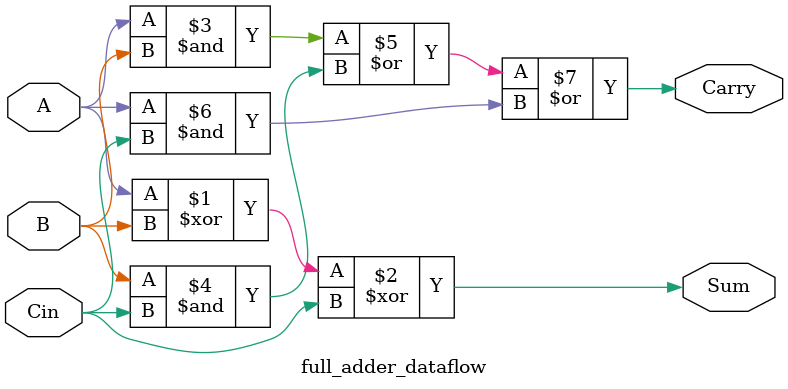
<source format=v>
module full_adder_dataflow(
    input A, B, Cin,
    output Sum, Carry
);

assign Sum = A ^ B ^ Cin;
assign Carry = (A & B) | (B & Cin) | (A & Cin);

endmodule

</source>
